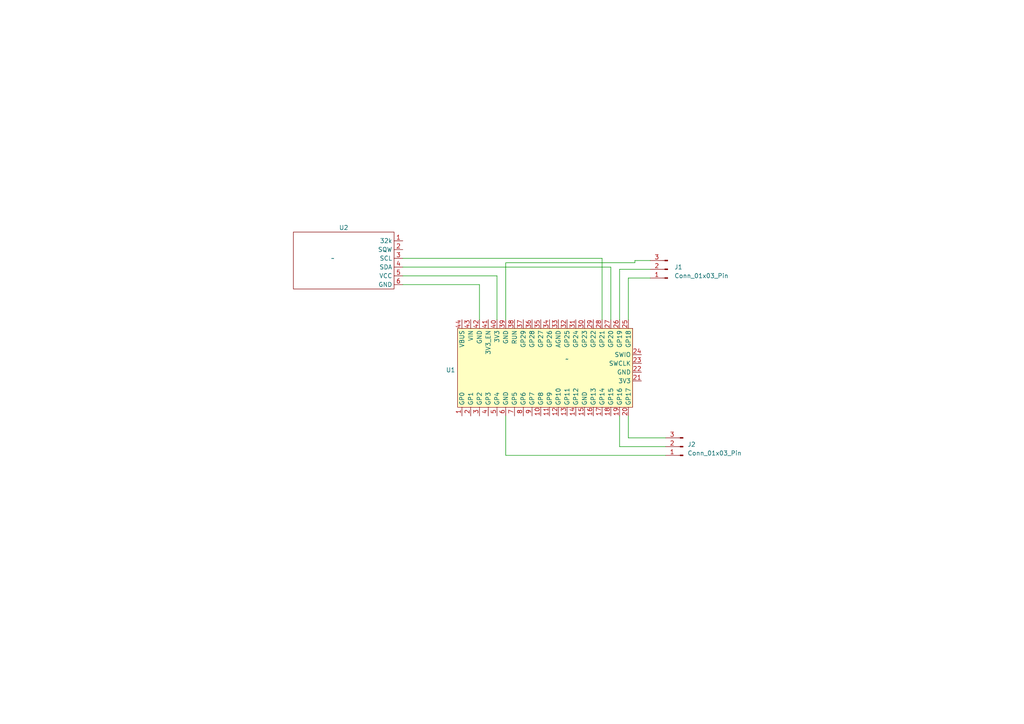
<source format=kicad_sch>
(kicad_sch (version 20230121) (generator eeschema)
  (paper "A4")
  (lib_symbols
    (symbol "Connector:Conn_01x03_Pin" (pin_names (offset 1.016) hide)
      (property "Reference" "J" (at 0 5.08 0))
      (property "Value" "Conn_01x03_Pin" (at 0 -5.08 0))
      (symbol "Conn_01x03_Pin_1_1"
        (polyline (pts (xy 1.27 -2.54) (xy 0.8636 -2.54)) (stroke (width 0.1524)))
        (polyline (pts (xy 1.27 0) (xy 0.8636 0)) (stroke (width 0.1524)))
        (polyline (pts (xy 1.27 2.54) (xy 0.8636 2.54)) (stroke (width 0.1524)))
        (rectangle (start 0.8636 -2.413) (end 0 -2.667) (stroke (width 0.1524)) (fill (type outline)))
        (rectangle (start 0.8636 0.127) (end 0 -0.127) (stroke (width 0.1524)) (fill (type outline)))
        (rectangle (start 0.8636 2.667) (end 0 2.413) (stroke (width 0.1524)) (fill (type outline)))
        (pin passive line (at 5.08 2.54 180) (length 3.81) (name "Pin_1") (number "1"))
        (pin passive line (at 5.08 0 180) (length 3.81) (name "Pin_2") (number "2"))
        (pin passive line (at 5.08 -2.54 180) (length 3.81) (name "Pin_3") (number "3"))
      )
    )
    (symbol "OniChanLib:DS3231_module"
      (property "Reference" "U" (at 0 0 0))
      (symbol "DS3231_module_0_1"
        (rectangle (start -11.43 7.62) (end 17.78 -8.89))
      )
      (symbol "DS3231_module_1_1"
        (pin input line (at 20.32 5.08 180) (length 2.54) (name "32k") (number "1"))
        (pin input line (at 20.32 2.54 180) (length 2.54) (name "SQW") (number "2"))
        (pin input line (at 20.32 0 180) (length 2.54) (name "SCL") (number "3"))
        (pin input line (at 20.32 -2.54 180) (length 2.54) (name "SDA") (number "4"))
        (pin input line (at 20.32 -5.08 180) (length 2.54) (name "VCC") (number "5"))
        (pin input line (at 20.32 -7.62 180) (length 2.54) (name "GND") (number "6"))
      )
    )
    (symbol "OniChanLib:RaspberryPicoDevBoard"
      (property "Reference" "U" (at 0 0 0))
      (symbol "RaspberryPicoDevBoard_1_1"
        (rectangle (start -31.75 8.89) (end 19.05 -13.97) (fill (type background)))
        (pin input line (at -30.48 -16.51 90) (length 2.54) (name "GP0") (number "1"))
        (pin input line (at -7.62 -16.51 90) (length 2.54) (name "GP8") (number "10"))
        (pin input line (at -5.08 -16.51 90) (length 2.54) (name "GP9") (number "11"))
        (pin input line (at -2.54 -16.51 90) (length 2.54) (name "GP10") (number "12"))
        (pin input line (at 0 -16.51 90) (length 2.54) (name "GP11") (number "13"))
        (pin input line (at 2.54 -16.51 90) (length 2.54) (name "GP12") (number "14"))
        (pin input line (at 5.08 -16.51 90) (length 2.54) (name "GND") (number "15"))
        (pin input line (at 7.62 -16.51 90) (length 2.54) (name "GP13") (number "16"))
        (pin input line (at 10.16 -16.51 90) (length 2.54) (name "GP14") (number "17"))
        (pin input line (at 12.7 -16.51 90) (length 2.54) (name "GP15") (number "18"))
        (pin input line (at 15.24 -16.51 90) (length 2.54) (name "GP16") (number "19"))
        (pin input line (at -27.94 -16.51 90) (length 2.54) (name "GP1") (number "2"))
        (pin input line (at 17.78 -16.51 90) (length 2.54) (name "GP17") (number "20"))
        (pin input line (at 21.59 -6.35 180) (length 2.54) (name "3V3") (number "21"))
        (pin input line (at 21.59 -3.81 180) (length 2.54) (name "GND") (number "22"))
        (pin input line (at 21.59 -1.27 180) (length 2.54) (name "SWCLK") (number "23"))
        (pin input line (at 21.59 1.27 180) (length 2.54) (name "SWIO") (number "24"))
        (pin input line (at 17.78 11.43 270) (length 2.54) (name "GP18") (number "25"))
        (pin input line (at 15.24 11.43 270) (length 2.54) (name "GP19") (number "26"))
        (pin input line (at 12.7 11.43 270) (length 2.54) (name "GP20") (number "27"))
        (pin input line (at 10.16 11.43 270) (length 2.54) (name "GP21") (number "28"))
        (pin input line (at 7.62 11.43 270) (length 2.54) (name "GP22") (number "29"))
        (pin input line (at -25.4 -16.51 90) (length 2.54) (name "GP2") (number "3"))
        (pin input line (at 5.08 11.43 270) (length 2.54) (name "GP23") (number "30"))
        (pin input line (at 2.54 11.43 270) (length 2.54) (name "GP24") (number "31"))
        (pin input line (at 0 11.43 270) (length 2.54) (name "GP25") (number "32"))
        (pin input line (at -2.54 11.43 270) (length 2.54) (name "AGND") (number "33"))
        (pin input line (at -5.08 11.43 270) (length 2.54) (name "GP26") (number "34"))
        (pin input line (at -7.62 11.43 270) (length 2.54) (name "GP27") (number "35"))
        (pin input line (at -10.16 11.43 270) (length 2.54) (name "GP28") (number "36"))
        (pin input line (at -12.7 11.43 270) (length 2.54) (name "GP29") (number "37"))
        (pin input line (at -15.24 11.43 270) (length 2.54) (name "RUN") (number "38"))
        (pin input line (at -17.78 11.43 270) (length 2.54) (name "GND") (number "39"))
        (pin input line (at -22.86 -16.51 90) (length 2.54) (name "GP3") (number "4"))
        (pin input line (at -20.32 11.43 270) (length 2.54) (name "3V3") (number "40"))
        (pin input line (at -22.86 11.43 270) (length 2.54) (name "3V3_EN") (number "41"))
        (pin input line (at -25.4 11.43 270) (length 2.54) (name "GND") (number "42"))
        (pin input line (at -27.94 11.43 270) (length 2.54) (name "VIN") (number "43"))
        (pin input line (at -30.48 11.43 270) (length 2.54) (name "VBUS") (number "44"))
        (pin input line (at -20.32 -16.51 90) (length 2.54) (name "GP4") (number "5"))
        (pin input line (at -17.78 -16.51 90) (length 2.54) (name "GND") (number "6"))
        (pin input line (at -15.24 -16.51 90) (length 2.54) (name "GP5") (number "7"))
        (pin input line (at -12.7 -16.51 90) (length 2.54) (name "GP6") (number "8"))
        (pin input line (at -10.16 -16.51 90) (length 2.54) (name "GP7") (number "9"))
      )
    )
  )
  (wire (pts (xy 146.685 132.08) (xy 146.685 120.65)))
  (wire (pts (xy 179.705 92.71) (xy 179.705 78.105)))
  (wire (pts (xy 174.625 74.93) (xy 174.625 92.71)))
  (wire (pts (xy 116.84 74.93) (xy 174.625 74.93)))
  (wire (pts (xy 179.705 120.65) (xy 179.705 129.54)))
  (wire (pts (xy 116.84 77.47) (xy 177.165 77.47)))
  (wire (pts (xy 146.685 92.71) (xy 146.685 76.2)))
  (wire (pts (xy 146.685 76.2) (xy 184.15 76.2)))
  (wire (pts (xy 182.245 80.645) (xy 188.595 80.645)))
  (wire (pts (xy 116.84 82.55) (xy 139.065 82.55)))
  (wire (pts (xy 193.04 132.08) (xy 146.685 132.08)))
  (wire (pts (xy 182.245 127) (xy 182.245 120.65)))
  (wire (pts (xy 184.15 75.565) (xy 188.595 75.565)))
  (wire (pts (xy 177.165 77.47) (xy 177.165 92.71)))
  (wire (pts (xy 144.145 92.71) (xy 144.145 80.01)))
  (wire (pts (xy 179.705 129.54) (xy 193.04 129.54)))
  (wire (pts (xy 184.15 76.2) (xy 184.15 75.565)))
  (wire (pts (xy 179.705 78.105) (xy 188.595 78.105)))
  (wire (pts (xy 139.065 82.55) (xy 139.065 92.71)))
  (wire (pts (xy 182.245 92.71) (xy 182.245 80.645)))
  (wire (pts (xy 144.145 80.01) (xy 116.84 80.01)))
  (wire (pts (xy 182.245 127) (xy 193.04 127)))
  (symbol (lib_id "OniChanLib:DS3231_module") (at 96.52 74.93 0) (unit 1)
    (property "Reference" "U2" (at 99.695 66.04 0))
    (property "Value" "~" (at 96.52 74.93 0))
    (property "Footprint" "OniCHanPCBLib:DS32131" (effects hide))
  )
  (symbol (lib_id "Connector:Conn_01x03_Pin") (at 198.12 129.54 180) (unit 1)
    (property "Reference" "J2" (at 199.39 128.905 0) (effects (justify right)))
    (property "Value" "Conn_01x03_Pin" (at 199.39 131.445 0) (effects (justify right)))
  )
  (symbol (lib_id "Connector:Conn_01x03_Pin") (at 193.675 78.105 180) (unit 1)
    (property "Reference" "J1" (at 195.58 77.47 0) (effects (justify right)))
    (property "Value" "Conn_01x03_Pin" (at 195.58 80.01 0) (effects (justify right)))
  )
  (symbol (lib_id "OniChanLib:RaspberryPicoDevBoard") (at 164.465 104.14 0) (unit 1)
    (property "Reference" "U1" (at 132.08 107.315 0) (effects (justify right)))
    (property "Value" "~" (at 164.465 104.14 0))
    (property "Footprint" "OniCHanPCBLib:RaspberryPiPico" (effects hide))
  )
)
</source>
